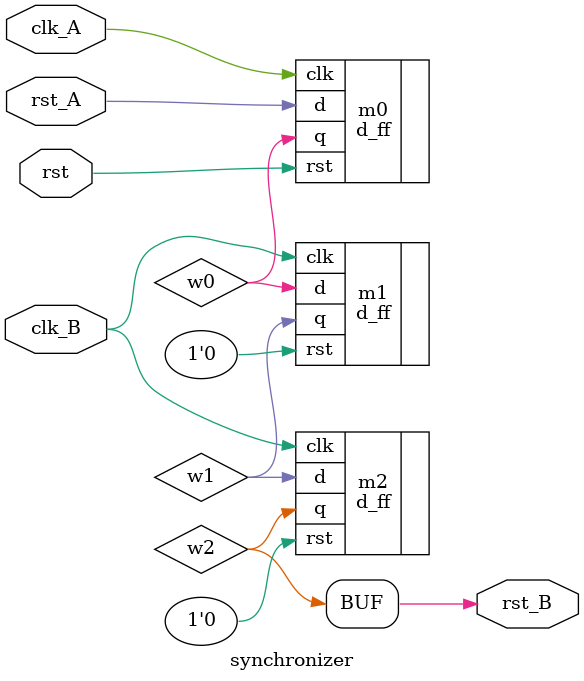
<source format=v>


    module synchronizer (input clk_A, clk_B, rst_A, rst, output reg rst_B);

    wire w0, w1, w2;

    d_ff m0 (.clk(clk_A), .rst(rst), .d(rst_A), .q(w0));

    //Two Flops Synchronizer
    d_ff m1 (.clk(clk_B), .rst(1'b0), .d(w0), .q(w1));
    d_ff m2 (.clk(clk_B), .rst(1'b0), .d(w1), .q(w2));

    assign rst_B = w2;
        
    endmodule
</source>
